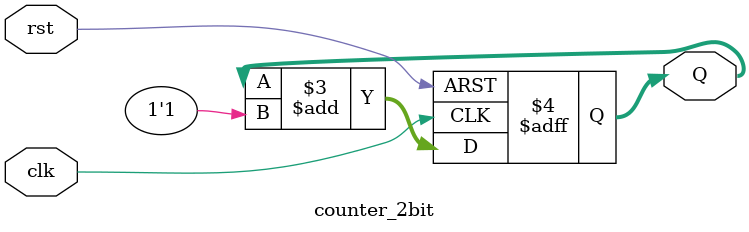
<source format=v>
`timescale 1ns / 1ps

module counter_2bit(
   input clk,
   input rst,
   output reg [1:0] Q
   );

always @ (posedge(clk), posedge(rst))
begin
   if (rst == 1'b1)
       Q <= 2'b0;
   else
       Q <= Q + 1'b1;
end
endmodule
</source>
